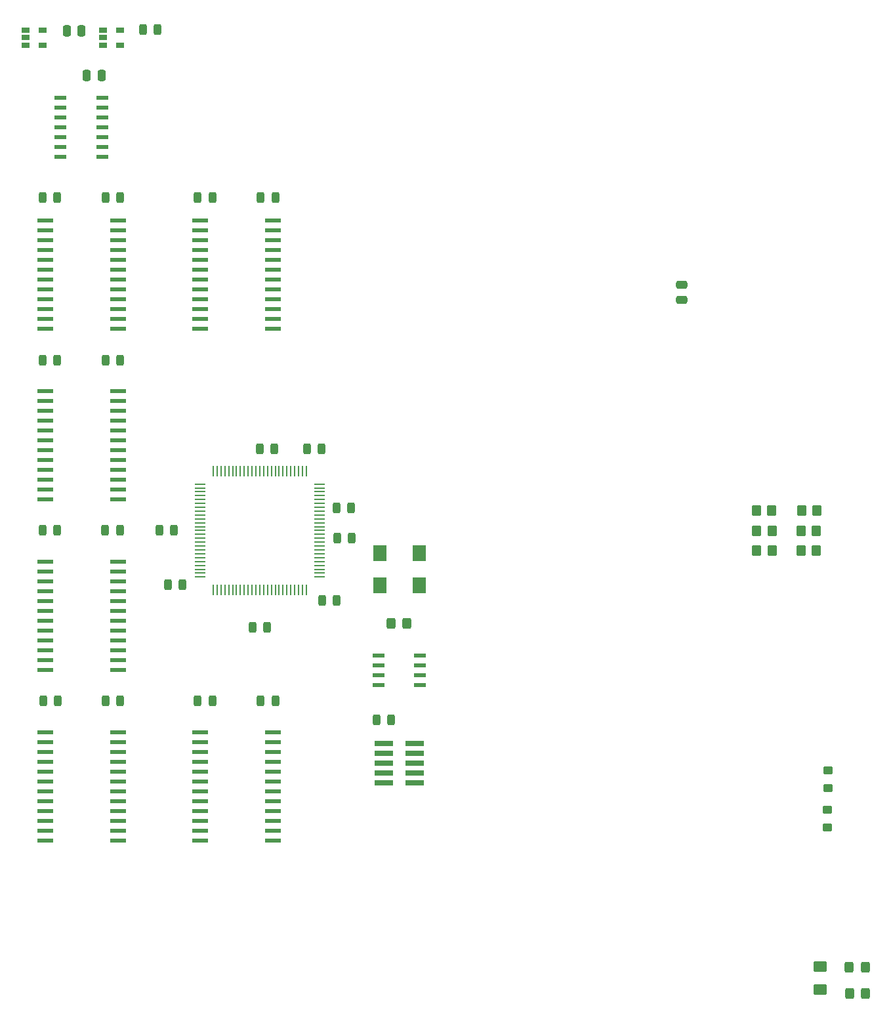
<source format=gbr>
G04 #@! TF.GenerationSoftware,KiCad,Pcbnew,7.0.10*
G04 #@! TF.CreationDate,2024-02-11T13:41:43-06:00*
G04 #@! TF.ProjectId,midiori,6d696469-6f72-4692-9e6b-696361645f70,rev?*
G04 #@! TF.SameCoordinates,Original*
G04 #@! TF.FileFunction,Paste,Top*
G04 #@! TF.FilePolarity,Positive*
%FSLAX46Y46*%
G04 Gerber Fmt 4.6, Leading zero omitted, Abs format (unit mm)*
G04 Created by KiCad (PCBNEW 7.0.10) date 2024-02-11 13:41:43*
%MOMM*%
%LPD*%
G01*
G04 APERTURE LIST*
G04 Aperture macros list*
%AMRoundRect*
0 Rectangle with rounded corners*
0 $1 Rounding radius*
0 $2 $3 $4 $5 $6 $7 $8 $9 X,Y pos of 4 corners*
0 Add a 4 corners polygon primitive as box body*
4,1,4,$2,$3,$4,$5,$6,$7,$8,$9,$2,$3,0*
0 Add four circle primitives for the rounded corners*
1,1,$1+$1,$2,$3*
1,1,$1+$1,$4,$5*
1,1,$1+$1,$6,$7*
1,1,$1+$1,$8,$9*
0 Add four rect primitives between the rounded corners*
20,1,$1+$1,$2,$3,$4,$5,0*
20,1,$1+$1,$4,$5,$6,$7,0*
20,1,$1+$1,$6,$7,$8,$9,0*
20,1,$1+$1,$8,$9,$2,$3,0*%
G04 Aperture macros list end*
%ADD10R,1.800000X2.000000*%
%ADD11RoundRect,0.250000X-0.325000X-0.450000X0.325000X-0.450000X0.325000X0.450000X-0.325000X0.450000X0*%
%ADD12R,2.000000X0.600000*%
%ADD13R,1.470000X0.280000*%
%ADD14R,0.280000X1.470000*%
%ADD15R,1.500000X0.600000*%
%ADD16R,1.550000X0.600000*%
%ADD17R,1.060000X0.650000*%
%ADD18RoundRect,0.243750X-0.243750X-0.456250X0.243750X-0.456250X0.243750X0.456250X-0.243750X0.456250X0*%
%ADD19R,2.400000X0.740000*%
%ADD20RoundRect,0.243750X0.243750X0.456250X-0.243750X0.456250X-0.243750X-0.456250X0.243750X-0.456250X0*%
%ADD21RoundRect,0.250000X-0.350000X-0.450000X0.350000X-0.450000X0.350000X0.450000X-0.350000X0.450000X0*%
%ADD22RoundRect,0.250001X-0.624999X0.462499X-0.624999X-0.462499X0.624999X-0.462499X0.624999X0.462499X0*%
%ADD23RoundRect,0.250000X0.350000X0.450000X-0.350000X0.450000X-0.350000X-0.450000X0.350000X-0.450000X0*%
%ADD24RoundRect,0.250000X0.475000X-0.250000X0.475000X0.250000X-0.475000X0.250000X-0.475000X-0.250000X0*%
%ADD25RoundRect,0.250000X0.325000X0.450000X-0.325000X0.450000X-0.325000X-0.450000X0.325000X-0.450000X0*%
%ADD26RoundRect,0.250000X0.250000X0.475000X-0.250000X0.475000X-0.250000X-0.475000X0.250000X-0.475000X0*%
%ADD27RoundRect,0.250000X-0.250000X-0.475000X0.250000X-0.475000X0.250000X0.475000X-0.250000X0.475000X0*%
%ADD28RoundRect,0.250000X-0.350000X0.275000X-0.350000X-0.275000X0.350000X-0.275000X0.350000X0.275000X0*%
G04 APERTURE END LIST*
D10*
X109460000Y-129100000D03*
X114540000Y-129100000D03*
X114540000Y-124900000D03*
X109460000Y-124900000D03*
D11*
X110950000Y-134000000D03*
X113000000Y-134000000D03*
D12*
X86300000Y-148015000D03*
X86300000Y-149285000D03*
X86300000Y-150555000D03*
X86300000Y-151825000D03*
X86300000Y-153095000D03*
X86300000Y-154365000D03*
X86300000Y-155635000D03*
X86300000Y-156905000D03*
X86300000Y-158175000D03*
X86300000Y-159445000D03*
X86300000Y-160715000D03*
X86300000Y-161985000D03*
X95700000Y-161985000D03*
X95700000Y-160715000D03*
X95700000Y-159445000D03*
X95700000Y-158175000D03*
X95700000Y-156905000D03*
X95700000Y-155635000D03*
X95700000Y-154365000D03*
X95700000Y-153095000D03*
X95700000Y-151825000D03*
X95700000Y-150555000D03*
X95700000Y-149285000D03*
X95700000Y-148015000D03*
X66300000Y-126015000D03*
X66300000Y-127285000D03*
X66300000Y-128555000D03*
X66300000Y-129825000D03*
X66300000Y-131095000D03*
X66300000Y-132365000D03*
X66300000Y-133635000D03*
X66300000Y-134905000D03*
X66300000Y-136175000D03*
X66300000Y-137445000D03*
X66300000Y-138715000D03*
X66300000Y-139985000D03*
X75700000Y-139985000D03*
X75700000Y-138715000D03*
X75700000Y-137445000D03*
X75700000Y-136175000D03*
X75700000Y-134905000D03*
X75700000Y-133635000D03*
X75700000Y-132365000D03*
X75700000Y-131095000D03*
X75700000Y-129825000D03*
X75700000Y-128555000D03*
X75700000Y-127285000D03*
X75700000Y-126015000D03*
X86300000Y-82015000D03*
X86300000Y-83285000D03*
X86300000Y-84555000D03*
X86300000Y-85825000D03*
X86300000Y-87095000D03*
X86300000Y-88365000D03*
X86300000Y-89635000D03*
X86300000Y-90905000D03*
X86300000Y-92175000D03*
X86300000Y-93445000D03*
X86300000Y-94715000D03*
X86300000Y-95985000D03*
X95700000Y-95985000D03*
X95700000Y-94715000D03*
X95700000Y-93445000D03*
X95700000Y-92175000D03*
X95700000Y-90905000D03*
X95700000Y-89635000D03*
X95700000Y-88365000D03*
X95700000Y-87095000D03*
X95700000Y-85825000D03*
X95700000Y-84555000D03*
X95700000Y-83285000D03*
X95700000Y-82015000D03*
X66300000Y-148015000D03*
X66300000Y-149285000D03*
X66300000Y-150555000D03*
X66300000Y-151825000D03*
X66300000Y-153095000D03*
X66300000Y-154365000D03*
X66300000Y-155635000D03*
X66300000Y-156905000D03*
X66300000Y-158175000D03*
X66300000Y-159445000D03*
X66300000Y-160715000D03*
X66300000Y-161985000D03*
X75700000Y-161985000D03*
X75700000Y-160715000D03*
X75700000Y-159445000D03*
X75700000Y-158175000D03*
X75700000Y-156905000D03*
X75700000Y-155635000D03*
X75700000Y-154365000D03*
X75700000Y-153095000D03*
X75700000Y-151825000D03*
X75700000Y-150555000D03*
X75700000Y-149285000D03*
X75700000Y-148015000D03*
X66300000Y-82015000D03*
X66300000Y-83285000D03*
X66300000Y-84555000D03*
X66300000Y-85825000D03*
X66300000Y-87095000D03*
X66300000Y-88365000D03*
X66300000Y-89635000D03*
X66300000Y-90905000D03*
X66300000Y-92175000D03*
X66300000Y-93445000D03*
X66300000Y-94715000D03*
X66300000Y-95985000D03*
X75700000Y-95985000D03*
X75700000Y-94715000D03*
X75700000Y-93445000D03*
X75700000Y-92175000D03*
X75700000Y-90905000D03*
X75700000Y-89635000D03*
X75700000Y-88365000D03*
X75700000Y-87095000D03*
X75700000Y-85825000D03*
X75700000Y-84555000D03*
X75700000Y-83285000D03*
X75700000Y-82015000D03*
D13*
X86330000Y-116000000D03*
X86330000Y-116500000D03*
X86330000Y-117000000D03*
X86330000Y-117500000D03*
X86330000Y-118000000D03*
X86330000Y-118500000D03*
X86330000Y-119000000D03*
X86330000Y-119500000D03*
X86330000Y-120000000D03*
X86330000Y-120500000D03*
X86330000Y-121000000D03*
X86330000Y-121500000D03*
X86330000Y-122000000D03*
X86330000Y-122500000D03*
X86330000Y-123000000D03*
X86330000Y-123500000D03*
X86330000Y-124000000D03*
X86330000Y-124500000D03*
X86330000Y-125000000D03*
X86330000Y-125500000D03*
X86330000Y-126000000D03*
X86330000Y-126500000D03*
X86330000Y-127000000D03*
X86330000Y-127500000D03*
X86330000Y-128000000D03*
D14*
X88000000Y-129670000D03*
X88500000Y-129670000D03*
X89000000Y-129670000D03*
X89500000Y-129670000D03*
X90000000Y-129670000D03*
X90500000Y-129670000D03*
X91000000Y-129670000D03*
X91500000Y-129670000D03*
X92000000Y-129670000D03*
X92500000Y-129670000D03*
X93000000Y-129670000D03*
X93500000Y-129670000D03*
X94000000Y-129670000D03*
X94500000Y-129670000D03*
X95000000Y-129670000D03*
X95500000Y-129670000D03*
X96000000Y-129670000D03*
X96500000Y-129670000D03*
X97000000Y-129670000D03*
X97500000Y-129670000D03*
X98000000Y-129670000D03*
X98500000Y-129670000D03*
X99000000Y-129670000D03*
X99500000Y-129670000D03*
X100000000Y-129670000D03*
D13*
X101670000Y-128000000D03*
X101670000Y-127500000D03*
X101670000Y-127000000D03*
X101670000Y-126500000D03*
X101670000Y-126000000D03*
X101670000Y-125500000D03*
X101670000Y-125000000D03*
X101670000Y-124500000D03*
X101670000Y-124000000D03*
X101670000Y-123500000D03*
X101670000Y-123000000D03*
X101670000Y-122500000D03*
X101670000Y-122000000D03*
X101670000Y-121500000D03*
X101670000Y-121000000D03*
X101670000Y-120500000D03*
X101670000Y-120000000D03*
X101670000Y-119500000D03*
X101670000Y-119000000D03*
X101670000Y-118500000D03*
X101670000Y-118000000D03*
X101670000Y-117500000D03*
X101670000Y-117000000D03*
X101670000Y-116500000D03*
X101670000Y-116000000D03*
D14*
X100000000Y-114330000D03*
X99500000Y-114330000D03*
X99000000Y-114330000D03*
X98500000Y-114330000D03*
X98000000Y-114330000D03*
X97500000Y-114330000D03*
X97000000Y-114330000D03*
X96500000Y-114330000D03*
X96000000Y-114330000D03*
X95500000Y-114330000D03*
X95000000Y-114330000D03*
X94500000Y-114330000D03*
X94000000Y-114330000D03*
X93500000Y-114330000D03*
X93000000Y-114330000D03*
X92500000Y-114330000D03*
X92000000Y-114330000D03*
X91500000Y-114330000D03*
X91000000Y-114330000D03*
X90500000Y-114330000D03*
X90000000Y-114330000D03*
X89500000Y-114330000D03*
X89000000Y-114330000D03*
X88500000Y-114330000D03*
X88000000Y-114330000D03*
D15*
X68300000Y-66190000D03*
X68300000Y-67460000D03*
X68300000Y-68730000D03*
X68300000Y-70000000D03*
X68300000Y-71270000D03*
X68300000Y-72540000D03*
X68300000Y-73810000D03*
X73700000Y-73810000D03*
X73700000Y-72540000D03*
X73700000Y-71270000D03*
X73700000Y-70000000D03*
X73700000Y-68730000D03*
X73700000Y-67460000D03*
X73700000Y-66190000D03*
D12*
X66300000Y-104015000D03*
X66300000Y-105285000D03*
X66300000Y-106555000D03*
X66300000Y-107825000D03*
X66300000Y-109095000D03*
X66300000Y-110365000D03*
X66300000Y-111635000D03*
X66300000Y-112905000D03*
X66300000Y-114175000D03*
X66300000Y-115445000D03*
X66300000Y-116715000D03*
X66300000Y-117985000D03*
X75700000Y-117985000D03*
X75700000Y-116715000D03*
X75700000Y-115445000D03*
X75700000Y-114175000D03*
X75700000Y-112905000D03*
X75700000Y-111635000D03*
X75700000Y-110365000D03*
X75700000Y-109095000D03*
X75700000Y-107825000D03*
X75700000Y-106555000D03*
X75700000Y-105285000D03*
X75700000Y-104015000D03*
D16*
X114700000Y-141905000D03*
X114700000Y-140635000D03*
X114700000Y-139365000D03*
X114700000Y-138095000D03*
X109300000Y-138095000D03*
X109300000Y-139365000D03*
X109300000Y-140635000D03*
X109300000Y-141905000D03*
D17*
X63746998Y-57450000D03*
X63746998Y-58400000D03*
X63746998Y-59350000D03*
X65946998Y-59350000D03*
X65946998Y-57450000D03*
D18*
X78909498Y-57400000D03*
X80784498Y-57400000D03*
D19*
X110050000Y-149460000D03*
X113950000Y-149460000D03*
X110050000Y-150730000D03*
X113950000Y-150730000D03*
X110050000Y-152000000D03*
X113950000Y-152000000D03*
X110050000Y-153270000D03*
X113950000Y-153270000D03*
X110050000Y-154540000D03*
X113950000Y-154540000D03*
D17*
X73746998Y-57450000D03*
X73746998Y-58400000D03*
X73746998Y-59350000D03*
X75946998Y-59350000D03*
X75946998Y-57450000D03*
D18*
X66000000Y-122000000D03*
X67875000Y-122000000D03*
D20*
X96000000Y-79000000D03*
X94125000Y-79000000D03*
D18*
X86000000Y-144000000D03*
X87875000Y-144000000D03*
D20*
X76000000Y-144000000D03*
X74125000Y-144000000D03*
D18*
X86000000Y-79000000D03*
X87875000Y-79000000D03*
D20*
X75937500Y-122000000D03*
X74062500Y-122000000D03*
D18*
X66000000Y-79000000D03*
X67875000Y-79000000D03*
D20*
X76000000Y-79000000D03*
X74125000Y-79000000D03*
D18*
X66062500Y-144000000D03*
X67937500Y-144000000D03*
D20*
X76000000Y-100000000D03*
X74125000Y-100000000D03*
D18*
X100125000Y-111500000D03*
X102000000Y-111500000D03*
X93062500Y-134500000D03*
X94937500Y-134500000D03*
X104000000Y-123000000D03*
X105875000Y-123000000D03*
D20*
X84000000Y-129000000D03*
X82125000Y-129000000D03*
D18*
X66000000Y-100000000D03*
X67875000Y-100000000D03*
D20*
X96000000Y-144000000D03*
X94125000Y-144000000D03*
X82937500Y-122000000D03*
X81062500Y-122000000D03*
X110975000Y-146400000D03*
X109100000Y-146400000D03*
D18*
X102062500Y-131000000D03*
X103937500Y-131000000D03*
X94000000Y-111500000D03*
X95875000Y-111500000D03*
X103942500Y-119110000D03*
X105817500Y-119110000D03*
D21*
X158075000Y-119450000D03*
X160075000Y-119450000D03*
X163900000Y-119450000D03*
X165900000Y-119450000D03*
D22*
X166350000Y-178262500D03*
X166350000Y-181237500D03*
D23*
X160100000Y-124600000D03*
X158100000Y-124600000D03*
D21*
X163825000Y-122050000D03*
X165825000Y-122050000D03*
D24*
X148460000Y-92220000D03*
X148460000Y-90320000D03*
D23*
X165825000Y-124600000D03*
X163825000Y-124600000D03*
D11*
X170075000Y-178350000D03*
X172125000Y-178350000D03*
D25*
X172150000Y-181700000D03*
X170100000Y-181700000D03*
D26*
X73594000Y-63246000D03*
X71694000Y-63246000D03*
D27*
X69100000Y-57560000D03*
X71000000Y-57560000D03*
D28*
X167320000Y-152910000D03*
X167320000Y-155210000D03*
D21*
X158125000Y-122050000D03*
X160125000Y-122050000D03*
D28*
X167260000Y-158050000D03*
X167260000Y-160350000D03*
M02*

</source>
